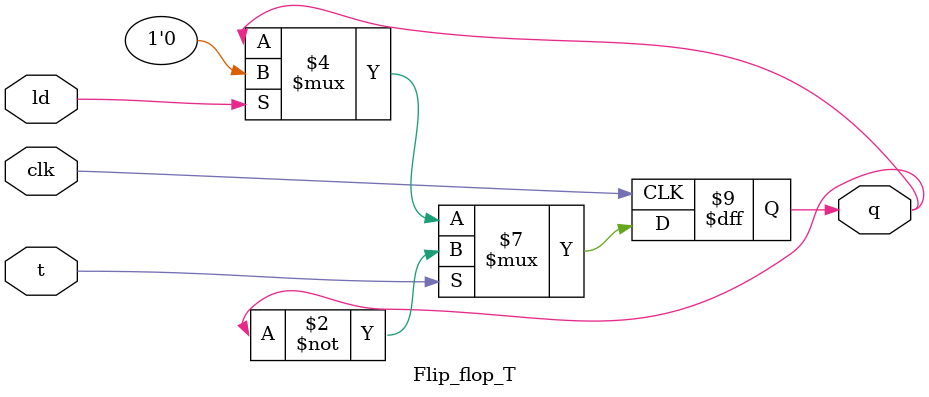
<source format=v>
module Flip_flop_T(clk, t, q, ld);

	input clk, t, ld; // Entradas do clock, sinal de toggle e sinal de load
	output reg q; // Saída do flip-flop

	always @(posedge clk) begin 
		if (t) // Se o sinal de toggle estiver ativo
			q <= ~q; // Inverte o valor da saída
		else if (ld) // Se o sinal de load estiver ativo
			q <= 1'b0; // Define a saída como 0
		else
			q <= q; // Mantém o valor atual da saída
	end
endmodule

</source>
